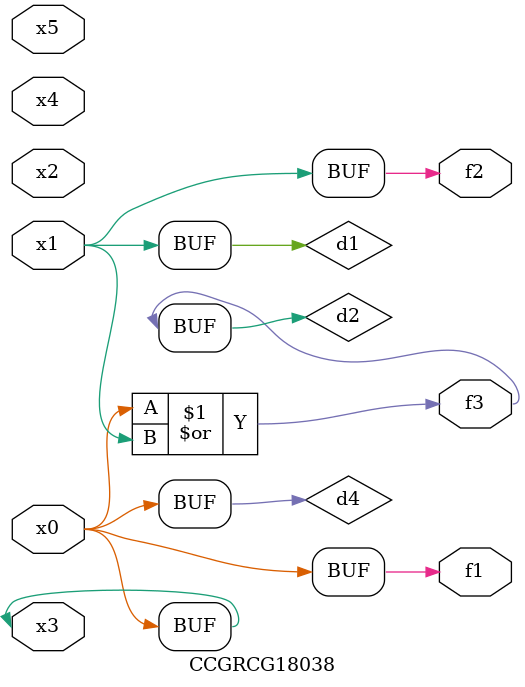
<source format=v>
module CCGRCG18038(
	input x0, x1, x2, x3, x4, x5,
	output f1, f2, f3
);

	wire d1, d2, d3, d4;

	and (d1, x1);
	or (d2, x0, x1);
	nand (d3, x0, x5);
	buf (d4, x0, x3);
	assign f1 = d4;
	assign f2 = d1;
	assign f3 = d2;
endmodule

</source>
